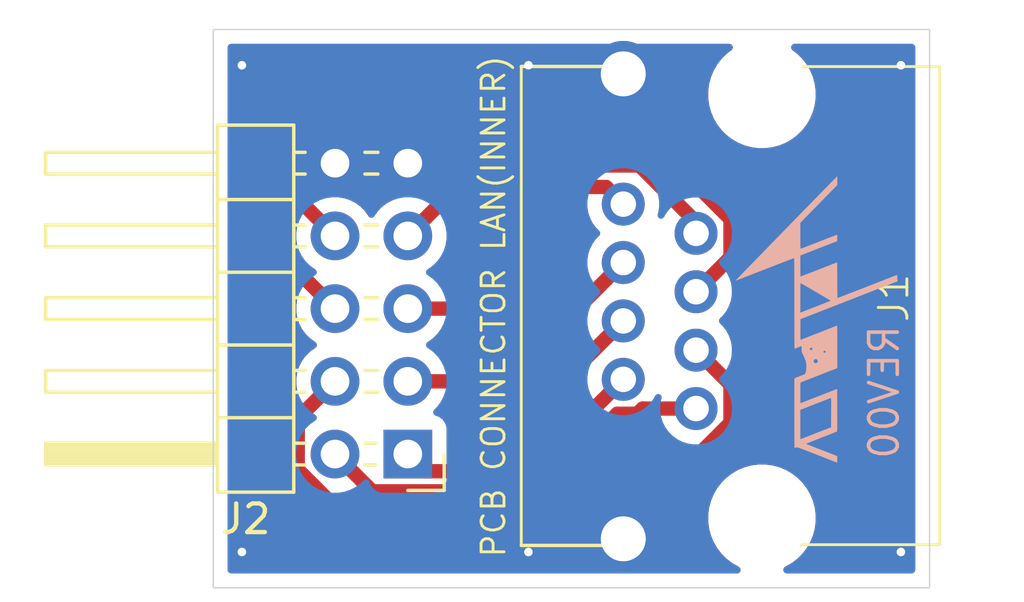
<source format=kicad_pcb>
(kicad_pcb (version 20241229) (generator "pcbnew") (generator_version "9.0")
  (title_block (title "pcb_connector_lan_inner") (rev "REV00"))
  (layers (0 "F.Cu" signal) (2 "B.Cu" signal) (13 "F.Paste" user) (15 "B.Paste" user) (5 "F.SilkS" user "F.Silkscreen") (7 "B.SilkS" user "B.Silkscreen") (1 "F.Mask" user) (3 "B.Mask" user) (25 "Edge.Cuts" user))
  (net 0 "")
  (net 1 "GND")
  (net 2 "Net-(J2-Pin_7)")
  (net 3 "Net-(J2-Pin_1)")
  (net 4 "Net-(J2-Pin_3)")
  (net 5 "Net-(J2-Pin_6)")
  (net 6 "Net-(J2-Pin_5)")
  (net 7 "Net-(J2-Pin_4)")
  (net 8 "Net-(J2-Pin_8)")
  (net 9 "Net-(J2-Pin_2)")
  (footprint "Connector_PinHeader_2.54mm:PinHeader_2x05_P2.54mm_Horizontal" (layer "F.Cu") (at 79.54 89.89 180)
    (property "Reference" "J2" (at 5.655 -2.27 0) (layer "F.SilkS"))
    (property "Value" "Conn_02x05_Odd_Even")
    (fp_line (start 12.64 10.54) (end 6.64 10.54) (stroke (width 0.12)) (layer "F.SilkS"))
    (fp_line (start 12.64 9.78) (end 12.64 10.54) (stroke (width 0.12)) (layer "F.SilkS"))
    (fp_line (start 12.64 8) (end 6.64 8) (stroke (width 0.12)) (layer "F.SilkS"))
    (fp_line (start 12.64 7.24) (end 12.64 8) (stroke (width 0.12)) (layer "F.SilkS"))
    (fp_line (start 12.64 5.46) (end 6.64 5.46) (stroke (width 0.12)) (layer "F.SilkS"))
    (fp_line (start 12.64 4.7) (end 12.64 5.46) (stroke (width 0.12)) (layer "F.SilkS"))
    (fp_line (start 12.64 2.92) (end 6.64 2.92) (stroke (width 0.12)) (layer "F.SilkS"))
    (fp_line (start 12.64 2.16) (end 12.64 2.92) (stroke (width 0.12)) (layer "F.SilkS"))
    (fp_line (start 12.64 0.38) (end 6.64 0.38) (stroke (width 0.12)) (layer "F.SilkS"))
    (fp_line (start 12.64 -0.38) (end 12.64 0.38) (stroke (width 0.12)) (layer "F.SilkS"))
    (fp_line (start 6.64 11.49) (end 6.64 -1.33) (stroke (width 0.12)) (layer "F.SilkS"))
    (fp_line (start 6.64 9.78) (end 12.64 9.78) (stroke (width 0.12)) (layer "F.SilkS"))
    (fp_line (start 6.64 7.24) (end 12.64 7.24) (stroke (width 0.12)) (layer "F.SilkS"))
    (fp_line (start 6.64 4.7) (end 12.64 4.7) (stroke (width 0.12)) (layer "F.SilkS"))
    (fp_line (start 6.64 2.16) (end 12.64 2.16) (stroke (width 0.12)) (layer "F.SilkS"))
    (fp_line (start 6.64 0.28) (end 12.64 0.28) (stroke (width 0.12)) (layer "F.SilkS"))
    (fp_line (start 6.64 0.16) (end 12.64 0.16) (stroke (width 0.12)) (layer "F.SilkS"))
    (fp_line (start 6.64 0.04) (end 12.64 0.04) (stroke (width 0.12)) (layer "F.SilkS"))
    (fp_line (start 6.64 -0.08) (end 12.64 -0.08) (stroke (width 0.12)) (layer "F.SilkS"))
    (fp_line (start 6.64 -0.2) (end 12.64 -0.2) (stroke (width 0.12)) (layer "F.SilkS"))
    (fp_line (start 6.64 -0.32) (end 12.64 -0.32) (stroke (width 0.12)) (layer "F.SilkS"))
    (fp_line (start 6.64 -0.38) (end 12.64 -0.38) (stroke (width 0.12)) (layer "F.SilkS"))
    (fp_line (start 6.64 -1.33) (end 3.98 -1.33) (stroke (width 0.12)) (layer "F.SilkS"))
    (fp_line (start 3.98 11.49) (end 6.64 11.49) (stroke (width 0.12)) (layer "F.SilkS"))
    (fp_line (start 3.98 8.89) (end 6.64 8.89) (stroke (width 0.12)) (layer "F.SilkS"))
    (fp_line (start 3.98 6.35) (end 6.64 6.35) (stroke (width 0.12)) (layer "F.SilkS"))
    (fp_line (start 3.98 3.81) (end 6.64 3.81) (stroke (width 0.12)) (layer "F.SilkS"))
    (fp_line (start 3.98 1.27) (end 6.64 1.27) (stroke (width 0.12)) (layer "F.SilkS"))
    (fp_line (start 3.98 -1.33) (end 3.98 11.49) (stroke (width 0.12)) (layer "F.SilkS"))
    (fp_line (start 3.582929 10.54) (end 3.98 10.54) (stroke (width 0.12)) (layer "F.SilkS"))
    (fp_line (start 3.582929 9.78) (end 3.98 9.78) (stroke (width 0.12)) (layer "F.SilkS"))
    (fp_line (start 3.582929 8) (end 3.98 8) (stroke (width 0.12)) (layer "F.SilkS"))
    (fp_line (start 3.582929 7.24) (end 3.98 7.24) (stroke (width 0.12)) (layer "F.SilkS"))
    (fp_line (start 3.582929 5.46) (end 3.98 5.46) (stroke (width 0.12)) (layer "F.SilkS"))
    (fp_line (start 3.582929 4.7) (end 3.98 4.7) (stroke (width 0.12)) (layer "F.SilkS"))
    (fp_line (start 3.582929 2.92) (end 3.98 2.92) (stroke (width 0.12)) (layer "F.SilkS"))
    (fp_line (start 3.582929 2.16) (end 3.98 2.16) (stroke (width 0.12)) (layer "F.SilkS"))
    (fp_line (start 3.582929 0.38) (end 3.98 0.38) (stroke (width 0.12)) (layer "F.SilkS"))
    (fp_line (start 3.582929 -0.38) (end 3.98 -0.38) (stroke (width 0.12)) (layer "F.SilkS"))
    (fp_line (start 1.11 0.38) (end 1.497071 0.38) (stroke (width 0.12)) (layer "F.SilkS"))
    (fp_line (start 1.11 -0.38) (end 1.497071 -0.38) (stroke (width 0.12)) (layer "F.SilkS"))
    (fp_line (start 1.042929 10.54) (end 1.497071 10.54) (stroke (width 0.12)) (layer "F.SilkS"))
    (fp_line (start 1.042929 9.78) (end 1.497071 9.78) (stroke (width 0.12)) (layer "F.SilkS"))
    (fp_line (start 1.042929 8) (end 1.497071 8) (stroke (width 0.12)) (layer "F.SilkS"))
    (fp_line (start 1.042929 7.24) (end 1.497071 7.24) (stroke (width 0.12)) (layer "F.SilkS"))
    (fp_line (start 1.042929 5.46) (end 1.497071 5.46) (stroke (width 0.12)) (layer "F.SilkS"))
    (fp_line (start 1.042929 4.7) (end 1.497071 4.7) (stroke (width 0.12)) (layer "F.SilkS"))
    (fp_line (start 1.042929 2.92) (end 1.497071 2.92) (stroke (width 0.12)) (layer "F.SilkS"))
    (fp_line (start 1.042929 2.16) (end 1.497071 2.16) (stroke (width 0.12)) (layer "F.SilkS"))
    (fp_line (start -1.27 0) (end -1.27 -1.27) (stroke (width 0.12)) (layer "F.SilkS"))
    (fp_line (start -1.27 -1.27) (end 0 -1.27) (stroke (width 0.12)) (layer "F.SilkS"))
    (pad "1" thru_hole rect (at 0 0 180) (size 1.7 1.7) (drill 1) (layers "*.Cu" "*.Mask") (net 3 "Net-(J2-Pin_1)"))
    (pad "2" thru_hole oval (at 2.54 0 180) (size 1.7 1.7) (drill 1) (layers "*.Cu" "*.Mask") (net 9 "Net-(J2-Pin_2)"))
    (pad "3" thru_hole oval (at 0 2.54 180) (size 1.7 1.7) (drill 1) (layers "*.Cu" "*.Mask") (net 4 "Net-(J2-Pin_3)"))
    (pad "4" thru_hole oval (at 2.54 2.54 180) (size 1.7 1.7) (drill 1) (layers "*.Cu" "*.Mask") (net 7 "Net-(J2-Pin_4)"))
    (pad "5" thru_hole oval (at 0 5.08 180) (size 1.7 1.7) (drill 1) (layers "*.Cu" "*.Mask") (net 6 "Net-(J2-Pin_5)"))
    (pad "6" thru_hole oval (at 2.54 5.08 180) (size 1.7 1.7) (drill 1) (layers "*.Cu" "*.Mask") (net 5 "Net-(J2-Pin_6)"))
    (pad "7" thru_hole oval (at 0 7.62 180) (size 1.7 1.7) (drill 1) (layers "*.Cu" "*.Mask") (net 2 "Net-(J2-Pin_7)"))
    (pad "8" thru_hole oval (at 2.54 7.62 180) (size 1.7 1.7) (drill 1) (layers "*.Cu" "*.Mask") (net 8 "Net-(J2-Pin_8)"))
    (pad "9" thru_hole oval (at 0 10.16 180) (size 1.7 1.7) (drill 1) (layers "*.Cu" "*.Mask") (net 1 "GND"))
    (pad "10" thru_hole oval (at 2.54 10.16 180) (size 1.7 1.7) (drill 1) (layers "*.Cu" "*.Mask") (net 1 "GND"))
  )
  (footprint "pcb_connector_lan_footprint:RJ45 Neltron Industrial Co., Ltd. 7810-8P8C" (layer "F.Cu") (at 91.9 77.33 90)
    (property "Reference" "J1" (at -7.106 4.6 90) (layer "F.SilkS") (effects (font (thickness 0.1))))
    (property "Value" "RJ45_Shielded")
    (fp_line (start 0.979 -8.4) (end 0.979 -5.4) (stroke (width 0.12)) (layer "F.SilkS"))
    (fp_line (start -15.725 -8.4) (end 0.979 -8.4) (stroke (width 0.1)) (layer "F.SilkS"))
    (fp_line (start -15.751 -8.4) (end -15.751 -5.4) (stroke (width 0.12)) (layer "F.SilkS"))
    (fp_line (start -15.725 1.3) (end -15.725 6.2) (stroke (width 0.1)) (layer "F.SilkS"))
    (fp_line (start 0.975 1.4) (end 0.975 6.2) (stroke (width 0.1)) (layer "F.SilkS"))
    (fp_line (start 0.975 6.2) (end -15.725 6.2) (stroke (width 0.1)) (layer "F.SilkS"))
    (pad "" np_thru_hole circle (at -14.8 0 90) (size 3.25 3.25) (drill 3.25) (layers "*.Cu" "*.Mask"))
    (pad "" np_thru_hole circle (at 0 0 90) (size 3.25 3.25) (drill 3.25) (layers "*.Cu" "*.Mask"))
    (pad "1" thru_hole circle (at -3.83 -4.84 90) (size 1.5 1.5) (drill 0.89) (layers "*.Cu" "*.Mask") (net 2 "Net-(J2-Pin_7)"))
    (pad "2" thru_hole circle (at -4.85 -2.3 90) (size 1.5 1.5) (drill 0.89) (layers "*.Cu" "*.Mask") (net 8 "Net-(J2-Pin_8)"))
    (pad "3" thru_hole circle (at -5.87 -4.84 90) (size 1.5 1.5) (drill 0.89) (layers "*.Cu" "*.Mask") (net 6 "Net-(J2-Pin_5)"))
    (pad "4" thru_hole circle (at -6.89 -2.3 90) (size 1.5 1.5) (drill 0.89) (layers "*.Cu" "*.Mask") (net 5 "Net-(J2-Pin_6)"))
    (pad "5" thru_hole circle (at -7.91 -4.84 90) (size 1.5 1.5) (drill 0.89) (layers "*.Cu" "*.Mask") (net 4 "Net-(J2-Pin_3)"))
    (pad "6" thru_hole circle (at -8.93 -2.3 90) (size 1.5 1.5) (drill 0.89) (layers "*.Cu" "*.Mask") (net 7 "Net-(J2-Pin_4)"))
    (pad "7" thru_hole circle (at -9.95 -4.84 90) (size 1.5 1.5) (drill 0.89) (layers "*.Cu" "*.Mask") (net 3 "Net-(J2-Pin_1)"))
    (pad "8" thru_hole circle (at -10.97 -2.3 90) (size 1.5 1.5) (drill 0.89) (layers "*.Cu" "*.Mask") (net 9 "Net-(J2-Pin_2)"))
    (pad "SH" thru_hole circle (at -15.52 -4.84 90) (size 2.3 2.3) (drill 1.57) (layers "*.Cu" "*.Mask") (net 1 "GND"))
    (pad "SH" thru_hole circle (at 0.72 -4.84 90) (size 2.3 2.3) (drill 1.57) (layers "*.Cu" "*.Mask") (net 1 "GND"))
  )
  (footprint "aqua_rogo:aqua_rogo" (layer "B.Cu") (at 93.75 85.06 -90)
    (property "Reference" "G***" (hide yes))
    (property "Value" "LOGO" (hide yes))
    (fp_poly (pts (xy -1.227114 2.768369) (xy -1.236997 2.74129) (xy -1.253263 2.69798) (xy -1.27545 2.639639) (xy -1.303095 2.567463) (xy -1.335737 2.482651) (xy -1.372914 2.3864) (xy -1.414163 2.27991) (xy -1.459023 2.164376) (xy -1.507031 2.040998) (xy -1.557726 1.910973) (xy -1.610644 1.7755) (xy -1.618788 1.754674) (xy -1.67202 1.618406) (xy -1.723097 1.48735) (xy -1.771555 1.362708) (xy -1.816932 1.245684) (xy -1.858767 1.137482) (xy -1.896595 1.039304) (xy -1.929955 0.952354) (xy -1.958383 0.877835) (xy -1.981419 0.816951) (xy -1.998598 0.770904) (xy -2.009458 0.740898) (xy -2.013537 0.728136) (xy -2.013537 0.727787) (xy -2.003268 0.72695) (xy -1.97406 0.72614) (xy -1.926982 0.725361) (xy -1.863105 0.724618) (xy -1.783496 0.723916) (xy -1.689226 0.723261) (xy -1.581364 0.722658) (xy -1.460978 0.722111) (xy -1.329139 0.721626) (xy -1.186915 0.721207) (xy -1.035376 0.72086) (xy -0.87559 0.72059) (xy -0.708628 0.720402) (xy -0.535558 0.720301) (xy -0.42958 0.720284) (xy -0.25344 0.720235) (xy -0.082813 0.72009) (xy 0.081237 0.719856) (xy 0.237643 0.719537) (xy 0.38534 0.719139) (xy 0.523263 0.718668) (xy 0.650345 0.718128) (xy 0.765521 0.717525) (xy 0.867724 0.716864) (xy 0.955891 0.716151) (xy 1.028954 0.715391) (xy 1.085847 0.714589) (xy 1.125506 0.713751) (xy 1.146865 0.712883) (xy 1.150452 0.712347) (xy 1.146915 0.70047) (xy 1.13728 0.673981) (xy 1.123017 0.636789) (xy 1.105592 0.592806) (xy 1.105435 0.592414) (xy 1.087994 0.548426) (xy 1.0737 0.511235) (xy 1.064019 0.484738) (xy 1.060417 0.472832) (xy 1.060417 0.472801) (xy 1.069723 0.469606) (xy 1.094852 0.466995) (xy 1.131622 0.465293) (xy 1.162957 0.464815) (xy 1.265498 0.464446) (xy 1.390547 0.402559) (xy 1.478714 0.361764) (xy 1.556764 0.332553) (xy 1.629934 0.313683) (xy 1.703463 0.303912) (xy 1.782589 0.301996) (xy 1.810712 0.302871) (xy 1.890188 0.308697) (xy 1.951473 0.318774) (xy 1.980779 0.327183) (xy 2.035801 0.346625) (xy 2.109977 0.533454) (xy 2.184154 0.720284) (xy 3.404057 0.720284) (xy 3.585813 0.720274) (xy 3.748597 0.720232) (xy 3.893442 0.720144) (xy 4.021385 0.719994) (xy 4.133459 0.719769) (xy 4.2307 0.719453) (xy 4.314144 0.719031) (xy 4.384823 0.718488) (xy 4.443775 0.71781) (xy 4.492034 0.71698) (xy 4.530634 0.715985) (xy 4.56061 0.71481) (xy 4.582998 0.713438) (xy 4.598833 0.711857) (xy 4.609149 0.71005) (xy 4.614981 0.708003) (xy 4.617365 0.7057) (xy 4.617335 0.703127) (xy 4.61721 0.702777) (xy 4.61046 0.68193) (xy 4.602257 0.652385) (xy 4.600435 0.645255) (xy 4.598772 0.63706) (xy 4.59817 0.627839) (xy 4.599103 0.616256) (xy 4.602048 0.60098) (xy 4.607478 0.580678) (xy 4.615869 0.554018) (xy 4.627695 0.519665) (xy 4.643433 0.476288) (xy 4.663556 0.422554) (xy 4.68854 0.35713) (xy 4.71886 0.278683) (xy 4.754991 0.18588) (xy 4.797407 0.077389) (xy 4.846584 -0.048123) (xy 4.857132 -0.075029) (xy 4.900705 -0.186153) (xy 4.942207 -0.291977) (xy 4.981049 -0.391004) (xy 5.016646 -0.48174) (xy 5.048409 -0.562688) (xy 5.075753 -0.632351) (xy 5.098089 -0.689235) (xy 5.114831 -0.731843) (xy 5.125391 -0.758679) (xy 5.129133 -0.76813) (xy 5.127369 -0.773688) (xy 5.114843 -0.777153) (xy 5.088951 -0.778758) (xy 5.047089 -0.778734) (xy 5.01723 -0.778133) (xy 4.900047 -0.775305) (xy 4.688404 -0.232625) (xy 4.649826 -0.133936) (xy 4.613334 -0.041029) (xy 4.579582 0.04446) (xy 4.549226 0.120893) (xy 4.52292 0.186632) (xy 4.501319 0.240041) (xy 4.485077 0.279482) (xy 4.474849 0.303319) (xy 4.471361 0.310089) (xy 4.466839 0.301044) (xy 4.45574 0.274995) (xy 4.438725 0.233593) (xy 4.416454 0.178487) (xy 4.389588 0.111326) (xy 4.358788 0.033761) (xy 4.324713 -0.052558) (xy 4.288024 -0.145983) (xy 4.257487 -0.224084) (xy 4.219091 -0.322364) (xy 4.182748 -0.415174) (xy 4.149129 -0.500821) (xy 4.118901 -0.577609) (xy 4.092735 -0.643844) (xy 4.071299 -0.697831) (xy 4.055263 -0.737875) (xy 4.045296 -0.762282) (xy 4.042171 -0.769363) (xy 4.034229 -0.771618) (xy 4.012901 -0.773536) (xy 3.977441 -0.775126) (xy 3.927101 -0.776397) (xy 3.861134 -0.777357) (xy 3.778791 -0.778014) (xy 3.679325 -0.778377) (xy 3.561989 -0.778455) (xy 3.426035 -0.778255) (xy 3.294142 -0.77787) (xy 2.552956 -0.775305) (xy 2.639559 -0.553507) (xy 2.873762 -0.553507) (xy 2.875704 -0.556989) (xy 2.881677 -0.559832) (xy 2.893277 -0.562082) (xy 2.912097 -0.563787) (xy 2.939731 -0.564994) (xy 2.977772 -0.565751) (xy 3.027815 -0.566105) (xy 3.091453 -0.566102) (xy 3.170281 -0.565791) (xy 3.265892 -0.565219) (xy 3.379881 -0.564432) (xy 3.382685 -0.564412) (xy 3.896008 -0.560765) (xy 3.915259 -0.507972) (xy 3.926013 -0.479261) (xy 3.94345 -0.433704) (xy 3.966887 -0.373053) (xy 3.995637 -0.299063) (xy 4.029017 -0.21349) (xy 4.066341 -0.118086) (xy 4.106925 -0.014607) (xy 4.150083 0.095193) (xy 4.195133 0.209559) (xy 4.211078 0.249983) (xy 4.237428 0.316848) (xy 4.261199 0.377348) (xy 4.281452 0.429073) (xy 4.297244 0.46961) (xy 4.307632 0.496549) (xy 4.311676 0.507477) (xy 4.311697 0.507584) (xy 4.302005 0.50809) (xy 4.274174 0.508564) (xy 4.230076 0.508996) (xy 4.171579 0.509377) (xy 4.100555 0.509697) (xy 4.018871 0.509946) (xy 3.9284 0.510116) (xy 3.831009 0.510196) (xy 3.798459 0.510201) (xy 3.285222 0.510201) (xy 3.082188 -0.010208) (xy 3.044293 -0.107447) (xy 3.008525 -0.199437) (xy 2.975558 -0.284429) (xy 2.946068 -0.360674) (xy 2.920729 -0.42642) (xy 2.900216 -0.479919) (xy 2.885205 -0.519421) (xy 2.876369 -0.543175) (xy 2.874258 -0.549338) (xy 2.873762 -0.553507) (xy 2.639559 -0.553507) (xy 2.79709 -0.150058) (xy 2.838713 -0.043414) (xy 2.878266 0.058009) (xy 2.915132 0.15263) (xy 2.9487 0.238868) (xy 2.978353 0.315143) (xy 3.003479 0.379876) (xy 3.023463 0.431486) (xy 3.037691 0.468393) (xy 3.045549 0.489017) (xy 3.046886 0.492695) (xy 3.04737 0.497288) (xy 3.044293 0.501002) (xy 3.035773 0.503929) (xy 3.019931 0.506162) (xy 2.994887 0.507795) (xy 2.958761 0.508919) (xy 2.909671 0.509629) (xy 2.845739 0.510017) (xy 2.765084 0.510176) (xy 2.692803 0.510201) (xy 2.593594 0.510048) (xy 2.512827 0.509553) (xy 2.448938 0.508662) (xy 2.400364 0.507322) (xy 2.365541 0.505479) (xy 2.342905 0.503079) (xy 2.330893 0.500069) (xy 2.328015 0.497697) (xy 2.321575 0.481437) (xy 2.308661 0.448587) (xy 2.290048 0.401128) (xy 2.266508 0.34104) (xy 2.238818 0.270304) (xy 2.207749 0.1909) (xy 2.174078 0.10481) (xy 2.138577 0.014015) (xy 2.10202 -0.079506) (xy 2.065183 -0.17377) (xy 2.028839 -0.266798) (xy 1.993761 -0.356608) (xy 1.960725 -0.441221) (xy 1.930504 -0.518654) (xy 1.903872 -0.586927) (xy 1.881604 -0.64406) (xy 1.864473 -0.688071) (xy 1.853254 -0.716981) (xy 1.849099 -0.727786) (xy 1.829283 -0.780307) (xy 1.083638 -0.780307) (xy 0.938787 -0.780245) (xy 0.81282 -0.780048) (xy 0.704613 -0.779696) (xy 0.613042 -0.779171) (xy 0.536982 -0.778454) (xy 0.47531 -0.777524) (xy 0.426901 -0.776365) (xy 0.390633 -0.774955) (xy 0.36538 -0.773278) (xy 0.350019 -0.771313) (xy 0.343426 -0.769041) (xy 0.343059 -0.767802) (xy 0.347261 -0.757109) (xy 0.358012 -0.729652) (xy 0.374582 -0.687301) (xy 0.396239 -0.631926) (xy 0.422253 -0.5654) (xy 0.451891 -0.489593) (xy 0.484422 -0.406376) (xy 0.512728 -0.333961) (xy 1.22048 -0.333961) (xy 1.224755 -0.358625) (xy 1.240167 -0.368393) (xy 1.260121 -0.368103) (xy 1.278972 -0.361612) (xy 1.287197 -0.343968) (xy 1.288543 -0.333937) (xy 1.287523 -0.310074) (xy 1.27649 -0.299018) (xy 1.272457 -0.297731) (xy 1.245092 -0.298592) (xy 1.225963 -0.313943) (xy 1.22048 -0.333961) (xy 0.512728 -0.333961) (xy 0.519116 -0.317619) (xy 0.555241 -0.225195) (xy 0.592065 -0.130974) (xy 0.628011 -0.038998) (xy 1.511462 -0.038998) (xy 1.52626 -0.069197) (xy 1.536953 -0.079305) (xy 1.572292 -0.097448) (xy 1.606676 -0.095633) (xy 1.631534 -0.08132) (xy 1.649788 -0.057224) (xy 1.654651 -0.026155) (xy 1.648289 0.01022) (xy 1.627785 0.033574) (xy 1.593656 0.045913) (xy 1.567766 0.047203) (xy 1.546576 0.03611) (xy 1.536267 0.026583) (xy 1.514789 -0.005753) (xy 1.511462 -0.038998) (xy 0.628011 -0.038998) (xy 0.628859 -0.036828) (xy 0.664889 0.055374) (xy 0.696327 0.13583) (xy 1.110437 0.13583) (xy 1.118198 0.10807) (xy 1.14039 0.093536) (xy 1.165409 0.092086) (xy 1.184749 0.095783) (xy 1.193318 0.105855) (xy 1.195439 0.128481) (xy 1.19547 0.135054) (xy 1.194027 0.161037) (xy 1.187013 0.173264) (xy 1.170405 0.177923) (xy 1.167354 0.178293) (xy 1.135549 0.174825) (xy 1.115649 0.157585) (xy 1.110437 0.13583) (xy 0.696327 0.13583) (xy 0.699426 0.14376) (xy 0.731738 0.226458) (xy 0.761093 0.301598) (xy 0.786761 0.367309) (xy 0.808009 0.42172) (xy 0.824108 0.462959) (xy 0.834325 0.489156) (xy 0.837695 0.497822) (xy 0.83532 0.50121) (xy 0.824231 0.503898) (xy 0.802826 0.505932) (xy 0.769501 0.507357) (xy 0.722652 0.508217) (xy 0.660678 0.508558) (xy 0.581973 0.508423) (xy 0.484937 0.507859) (xy 0.480364 0.507826) (xy 0.11816 0.505199) (xy -0.542813 -1.187967) (xy -1.203786 -2.881134) (xy -1.239644 -2.879299) (xy -1.267638 -2.877635) (xy -1.307243 -2.874998) (xy -1.350119 -2.871945) (xy -1.352132 -2.871796) (xy -1.428761 -2.866128) (xy -1.024518 -1.83072) (xy -0.970906 -1.693336) (xy -0.919376 -1.561159) (xy -0.870391 -1.435386) (xy -0.824414 -1.317209) (xy -0.781909 -1.207825) (xy -0.743338 -1.108427) (xy -0.709165 -1.02021) (xy -0.679852 -0.944369) (xy -0.655862 -0.882098) (xy -0.63766 -0.834592) (xy -0.625707 -0.803045) (xy -0.620467 -0.788653) (xy -0.62026 -0.787885) (xy -0.629979 -0.786539) (xy -0.65801 -0.785191) (xy -0.702658 -0.783868) (xy -0.762228 -0.782596) (xy -0.835024 -0.781404) (xy -0.919351 -0.780317) (xy -1.013514 -0.779364) (xy -1.115817 -0.778572) (xy -1.224565 -0.777967) (xy -1.244534 -0.777881) (xy -1.868823 -0.775305) (xy -1.624622 -0.150058) (xy -1.582988 -0.043416) (xy -1.543428 0.058005) (xy -1.506555 0.152624) (xy -1.472984 0.238861) (xy -1.443328 0.315136) (xy -1.418201 0.379869) (xy -1.398218 0.431479) (xy -1.383994 0.468388) (xy -1.376141 0.489015) (xy -1.374806 0.492695) (xy -1.374514 0.495549) (xy -1.136594 0.495549) (xy -1.13598 0.492976) (xy -1.129815 0.481324) (xy -1.114472 0.454033) (xy -1.090887 0.412728) (xy -1.059999 0.359031) (xy -1.022746 0.294567) (xy -0.980064 0.220959) (xy -0.932892 0.139831) (xy -0.882167 0.052806) (xy -0.848572 -0.00472) (xy -0.78388 -0.115413) (xy -0.728546 -0.210077) (xy -0.681832 -0.289955) (xy -0.642996 -0.35629) (xy -0.611299 -0.410326) (xy -0.586002 -0.453305) (xy -0.566365 -0.486472) (xy -0.551647 -0.511069) (xy -0.54111 -0.528339) (xy -0.534013 -0.539527) (xy -0.529617 -0.545874) (xy -0.527181 -0.548625) (xy -0.525967 -0.549023) (xy -0.525235 -0.548311) (xy -0.525173 -0.548241) (xy -0.521113 -0.538612) (xy -0.510481 -0.512093) (xy -0.493969 -0.470436) (xy -0.472266 -0.415396) (xy -0.446062 -0.348727) (xy -0.416046 -0.272181) (xy -0.38291 -0.187512) (xy -0.347341 -0.096475) (xy -0.335067 -0.065025) (xy -0.298171 0.029535) (xy -0.262956 0.11977) (xy -0.230195 0.203705) (xy -0.200657 0.279366) (xy -0.175115 0.344777) (xy -0.15434 0.397963) (xy -0.139102 0.436949) (xy -0.130173 0.45976) (xy -0.129026 0.462683) (xy -0.110336 0.510201) (xy -0.626463 0.510201) (xy -0.741394 0.510169) (xy -0.837892 0.510036) (xy -0.91753 0.50975) (xy -0.981883 0.509257) (xy -1.032525 0.508505) (xy -1.07103 0.507439) (xy -1.098972 0.506006) (xy -1.117925 0.504155) (xy -1.129464 0.50183) (xy -1.135162 0.498979) (xy -1.136594 0.495549) (xy -1.374514 0.495549) (xy -1.374341 0.497239) (xy -1.377396 0.50092) (xy -1.38583 0.503827) (xy -1.401503 0.506048) (xy -1.426275 0.507671) (xy -1.462003 0.508785) (xy -1.510549 0.509478) (xy -1.573772 0.509838) (xy -1.65353 0.509954) (xy -1.737511 0.509925) (xy -2.10583 0.509648) (xy -2.355974 -0.132828) (xy -2.606118 -0.775305) (xy -2.718616 -0.778133) (xy -2.770442 -0.778583) (xy -2.80751 -0.777075) (xy -2.827813 -0.773736) (xy -2.831115 -0.771004) (xy -2.827563 -0.760213) (xy -2.817309 -0.732358) (xy -2.800952 -0.689003) (xy -2.779095 -0.631712) (xy -2.752339 -0.562048) (xy -2.721285 -0.481576) (xy -2.686535 -0.391858) (xy -2.648689 -0.294458) (xy -2.608349 -0.190941) (xy -2.589601 -0.14293) (xy -2.548208 -0.036912) (xy -2.508915 0.063881) (xy -2.472337 0.15786) (xy -2.439091 0.243435) (xy -2.409791 0.319017) (xy -2.385054 0.383016) (xy -2.365496 0.433844) (xy -2.351733 0.46991) (xy -2.34438 0.489625) (xy -2.343338 0.492695) (xy -2.34316 0.496828) (xy -2.346196 0.500256) (xy -2.354129 0.503044) (xy -2.368644 0.505259) (xy -2.391424 0.506965) (xy -2.424154 0.508228) (xy -2.468518 0.509115) (xy -2.5262 0.50969) (xy -2.598884 0.510019) (xy -2.688255 0.510167) (xy -2.792739 0.510201) (xy -3.24689 0.510201) (xy -3.906844 -0.134551) (xy -4.566799 -0.779303) (xy -4.721804 -0.779805) (xy -4.876809 -0.780307) (xy -4.766822 -0.671338) (xy -4.729775 -0.634756) (xy -4.680829 -0.586616) (xy -4.620724 -0.527641) (xy -4.550201 -0.45855) (xy -4.47 -0.380067) (xy -4.380863 -0.292912) (xy -4.28353 -0.197805) (xy -4.178741 -0.095469) (xy -4.067239 0.013376) (xy -3.949762 0.128007) (xy -3.827053 0.247705) (xy -3.699851 0.371748) (xy -3.568898 0.499414) (xy -3.434934 0.629983) (xy -3.298701 0.762732) (xy -3.160938 0.896942) (xy -3.022387 1.03189) (xy -2.883788 1.166856) (xy -2.745882 1.301118) (xy -2.60941 1.433955) (xy -2.475112 1.564646) (xy -2.34373 1.692469) (xy -2.216004 1.816704) (xy -2.092674 1.936629) (xy -1.974482 2.051522) (xy -1.862169 2.160664) (xy -1.756474 2.263331) (xy -1.65814 2.358805) (xy -1.567906 2.446362) (xy -1.486513 2.525282) (xy -1.414702 2.594843) (xy -1.353214 2.654325) (xy -1.302789 2.703006) (xy -1.264169 2.740165) (xy -1.238094 2.76508) (xy -1.225305 2.777031) (xy -1.224076 2.778021)) (fill yes) (layer "B.SilkS"))
  )
  (gr_line (start 97.75 75.06) (end 72.75 75.06) (stroke (width 0.05)) (layer "Edge.Cuts"))
  (gr_line (start 97.75 75.06) (end 97.75 94.56) (stroke (width 0.05)) (layer "Edge.Cuts"))
  (gr_line (start 72.75 84.81) (end 72.75 94.56) (stroke (width 0.05)) (layer "Edge.Cuts"))
  (gr_line (start 72.75 94.56) (end 97.75 94.56) (stroke (width 0.05)) (layer "Edge.Cuts"))
  (gr_line (start 72.75 84.81) (end 72.75 75.06) (stroke (width 0.05)) (layer "Edge.Cuts"))
  (gr_text "PCB CONNECTOR LAN(INNER)" (at 83 93.56 90) (layer "F.SilkS") (effects (font (size 0.8 0.8) (thickness 0.1)) (justify left bottom)))
  (gr_text "REV00" (at 96.75 85.31 90) (layer "B.SilkS") (effects (font (size 1 1) (thickness 0.125)) (justify left bottom mirror)))
  (via (at 73.75 93.31) (size 0.6) (drill 0.3) (layers "F.Cu" "B.Cu") (net 1))
  (via (at 83.75 93.31) (size 0.6) (drill 0.3) (layers "F.Cu" "B.Cu") (net 1))
  (via (at 96.75 76.31) (size 0.6) (drill 0.3) (layers "F.Cu" "B.Cu") (net 1))
  (via (at 83.75 76.31) (size 0.6) (drill 0.3) (layers "F.Cu" "B.Cu") (net 1))
  (via (at 73.75 76.31) (size 0.6) (drill 0.3) (layers "F.Cu" "B.Cu") (net 1))
  (via (at 96.75 93.31) (size 0.6) (drill 0.3) (layers "F.Cu" "B.Cu") (net 1))
  (segment (start 87.06 81.16) (end 87.019 81.119) (width 0.2) (layer "F.Cu") (net 2))
  (segment (start 86.46 80.56) (end 81.25 80.56) (width 0.5) (layer "F.Cu") (net 2))
  (segment (start 87.06 81.16) (end 86.46 80.56) (width 0.5) (layer "F.Cu") (net 2))
  (segment (start 81.25 80.56) (end 79.54 82.27) (width 0.5) (layer "F.Cu") (net 2))
  (segment (start 80 81.81) (end 79.54 82.27) (width 0.1) (layer "F.Cu") (net 2))
  (segment (start 86.56 87.78) (end 86.149364 88.190636) (width 0.5) (layer "F.Cu") (net 3))
  (segment (start 87.06 87.28) (end 86.56 87.78) (width 0.5) (layer "F.Cu") (net 3))
  (segment (start 83.828636 90.49) (end 80.14 90.49) (width 0.5) (layer "F.Cu") (net 3))
  (segment (start 84.018 90.300636) (end 83.828636 90.49) (width 0.5) (layer "F.Cu") (net 3))
  (segment (start 86.149364 88.190636) (end 84.45 89.89) (width 0.5) (layer "F.Cu") (net 3))
  (segment (start 84.45 89.89) (end 84.428636 89.89) (width 0.5) (layer "F.Cu") (net 3))
  (segment (start 80.14 90.49) (end 79.54 89.89) (width 0.5) (layer "F.Cu") (net 3))
  (segment (start 84.428636 89.89) (end 84.018 90.300636) (width 0.5) (layer "F.Cu") (net 3))
  (segment (start 86.63 84.81) (end 86.50005 84.81) (width 0.1) (layer "F.Cu") (net 4))
  (segment (start 84.95 87.35) (end 79.54 87.35) (width 0.5) (layer "F.Cu") (net 4))
  (segment (start 87.06 85.24) (end 84.95 87.35) (width 0.5) (layer "F.Cu") (net 4))
  (segment (start 87.06 85.24) (end 86.63 84.81) (width 0.1) (layer "F.Cu") (net 4))
  (segment (start 76.838744 77.06) (end 74.998 78.900744) (width 0.5) (layer "F.Cu") (net 5))
  (segment (start 89.6 84.22) (end 90.801 83.019) (width 0.5) (layer "F.Cu") (net 5))
  (segment (start 90.801 83.019) (end 90.801 81.682529) (width 0.5) (layer "F.Cu") (net 5))
  (segment (start 82.491364 77.06) (end 76.838744 77.06) (width 0.5) (layer "F.Cu") (net 5))
  (segment (start 87.807789 78.689318) (end 84.120682 78.689318) (width 0.5) (layer "F.Cu") (net 5))
  (segment (start 74.998 82.808) (end 77 84.81) (width 0.5) (layer "F.Cu") (net 5))
  (segment (start 84.120682 78.689318) (end 82.491364 77.06) (width 0.5) (layer "F.Cu") (net 5))
  (segment (start 90.801 81.682529) (end 87.807789 78.689318) (width 0.5) (layer "F.Cu") (net 5))
  (segment (start 74.998 78.900744) (end 74.998 82.808) (width 0.5) (layer "F.Cu") (net 5))
  (segment (start 87.06 83.2) (end 86.889 83.371) (width 0.1) (layer "F.Cu") (net 6))
  (segment (start 85.45 84.81) (end 79.54 84.81) (width 0.5) (layer "F.Cu") (net 6))
  (segment (start 87.06 83.2) (end 85.45 84.81) (width 0.5) (layer "F.Cu") (net 6))
  (segment (start 85.073728 91.249) (end 84.430728 91.892) (width 0.5) (layer "F.Cu") (net 7))
  (segment (start 75.699 90.428892) (end 75.699 88.651) (width 0.5) (layer "F.Cu") (net 7))
  (segment (start 75.699 88.651) (end 77 87.35) (width 0.5) (layer "F.Cu") (net 7))
  (segment (start 88.349471 91.249) (end 85.073728 91.249) (width 0.5) (layer "F.Cu") (net 7))
  (segment (start 90.801 88.797471) (end 88.349471 91.249) (width 0.5) (layer "F.Cu") (net 7))
  (segment (start 90.801 87.461) (end 90.801 88.797471) (width 0.5) (layer "F.Cu") (net 7))
  (segment (start 89.6 86.26) (end 90.801 87.461) (width 0.5) (layer "F.Cu") (net 7))
  (segment (start 84.430728 91.892) (end 77.162108 91.892) (width 0.5) (layer "F.Cu") (net 7))
  (segment (start 77.162108 91.892) (end 75.699 90.428892) (width 0.5) (layer "F.Cu") (net 7))
  (segment (start 89.6 86.26) (end 89.612024 86.26) (width 1) (layer "B.Cu") (net 7))
  (segment (start 80 77.81) (end 77.080108 77.81) (width 0.5) (layer "F.Cu") (net 8))
  (segment (start 75.699 79.191108) (end 75.699 80.969) (width 0.5) (layer "F.Cu") (net 8))
  (segment (start 87.622922 79.81) (end 82 79.81) (width 0.5) (layer "F.Cu") (net 8))
  (segment (start 82 79.81) (end 80 77.81) (width 0.5) (layer "F.Cu") (net 8))
  (segment (start 75.699 80.969) (end 77 82.27) (width 0.5) (layer "F.Cu") (net 8))
  (segment (start 89.6 82.18) (end 89.23 81.81) (width 0.1) (layer "F.Cu") (net 8))
  (segment (start 89.6 82.18) (end 89.6 81.787078) (width 0.5) (layer "F.Cu") (net 8))
  (segment (start 89.6 81.787078) (end 87.622922 79.81) (width 0.5) (layer "F.Cu") (net 8))
  (segment (start 77.080108 77.81) (end 75.699 79.191108) (width 0.5) (layer "F.Cu") (net 8))
  (segment (start 78.239 91.191) (end 78.239 91.129) (width 0.5) (layer "F.Cu") (net 9))
  (segment (start 86.850364 88.481) (end 84.740364 90.591) (width 0.5) (layer "F.Cu") (net 9))
  (segment (start 87.738471 88.3) (end 87.557471 88.481) (width 0.5) (layer "F.Cu") (net 9))
  (segment (start 89.6 88.3) (end 87.738471 88.3) (width 0.5) (layer "F.Cu") (net 9))
  (segment (start 84.119 91.191) (end 78.239 91.191) (width 0.5) (layer "F.Cu") (net 9))
  (segment (start 78.239 91.129) (end 77 89.89) (width 0.5) (layer "F.Cu") (net 9))
  (segment (start 87.557471 88.481) (end 86.850364 88.481) (width 0.5) (layer "F.Cu") (net 9))
  (segment (start 84.719 90.591) (end 84.119 91.191) (width 0.5) (layer "F.Cu") (net 9))
  (segment (start 84.740364 90.591) (end 84.719 90.591) (width 0.5) (layer "F.Cu") (net 9))
  (zone (net 1) (net_name "GND") (layer "F.Cu") (connect_pads yes (clearance 0.5)) (min_thickness 0.25) (fill yes (thermal_gap 0.5) (thermal_bridge_width 0.5))
    (polygon (pts (xy 72.75 75.06) (xy 72.75 94.56) (xy 97.75 94.56) (xy 97.75 75.06)))
  )
  (zone (net 1) (net_name "GND") (layer "B.Cu") (priority 1) (connect_pads yes (clearance 0.5)) (min_thickness 0.25) (fill yes (thermal_gap 0.5) (thermal_bridge_width 0.5))
    (polygon (pts (xy 72.75 75.06) (xy 72.75 94.56) (xy 97.75 94.56) (xy 97.75 75.06)))
  )
)
</source>
